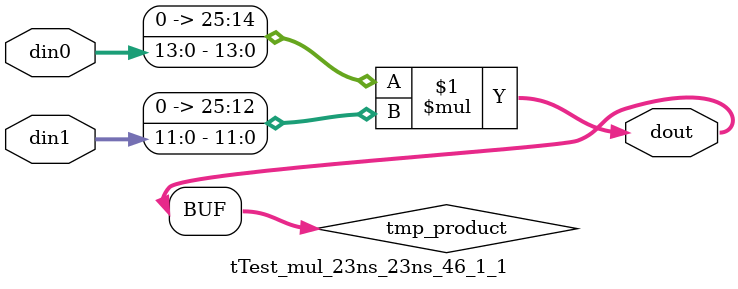
<source format=v>

`timescale 1 ns / 1 ps

  module tTest_mul_23ns_23ns_46_1_1(din0, din1, dout);
parameter ID = 1;
parameter NUM_STAGE = 0;
parameter din0_WIDTH = 14;
parameter din1_WIDTH = 12;
parameter dout_WIDTH = 26;

input [din0_WIDTH - 1 : 0] din0; 
input [din1_WIDTH - 1 : 0] din1; 
output [dout_WIDTH - 1 : 0] dout;

wire signed [dout_WIDTH - 1 : 0] tmp_product;










assign tmp_product = $signed({1'b0, din0}) * $signed({1'b0, din1});











assign dout = tmp_product;







endmodule

</source>
